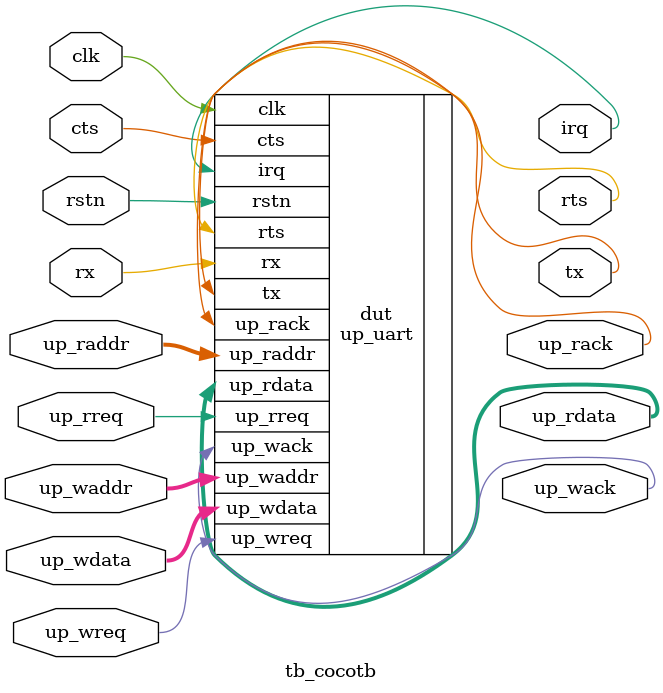
<source format=v>

`timescale 1ns/100ps

/*
 * Module: tb_cocotb
 *
 * uP UART testbench
 *
 * Parameters:
 *
 *   ADDRESS_WIDTH   - Width of the axi address bus
 *   BUS_WIDTH       - Number of bytes for the data bus.
 *   CLOCK_SPEED     - This is the aclk frequency in Hz
 *   BAUD_RATE       - Serial Baud, this can be any value including non-standard.
 *   PARITY_ENA      - Enable Parity for the data in and out.
 *   PARITY_TYPE     - Set the parity type, 0 = even, 1 = odd, 2 = mark, 3 = space.
 *   STOP_BITS       - Number of stop bits, 0 to crazy non-standard amounts.
 *   DATA_BITS       - Number of data bits, 1 to crazy non-standard amounts.
 *   RX_DELAY        - Delay in rx data input.
 *   RX_BAUD_DELAY   - Delay in rx baud enable. This will delay when we sample a bit (default is midpoint when rx delay is 0).
 *   TX_DELAY        - Delay in tx data output. Delays the time to output of the data.
 *   TX_BAUD_DELAY   - Delay in tx baud enable. This will delay the time the bit output starts.
 *
 * Ports:
 *
 *   clk            - Clock for all devices in the core
 *   rstn           - Negative reset
 *   up_rreq        - uP bus read request
 *   up_rack        - uP bus read ack
 *   up_raddr       - uP bus read address
 *   up_rdata       - uP bus read data
 *   up_wreq        - uP bus write request
 *   up_wack        - uP bus write ack
 *   up_waddr       - uP bus write address
 *   up_wdata       - uP bus write data
 *   irq            - Interrupt when data is received
 *   tx             - transmit for UART (output to RX)
 *   rx             - receive for UART (input from TX)
 *   rts            - request to send is a loop with CTS
 *   cts            - clear to send is a loop with RTS
 */
module tb_cocotb #(
    parameter ADDRESS_WIDTH     = 32,
    parameter BUS_WIDTH         = 4,
    parameter CLOCK_SPEED       = 100000000,
    parameter BAUD_RATE         = 115200,
    parameter PARITY_ENA        = 0,
    parameter PARITY_TYPE       = 0,
    parameter STOP_BITS         = 1,
    parameter DATA_BITS         = 8,
    parameter RX_DELAY          = 0,
    parameter RX_BAUD_DELAY     = 0,
    parameter TX_DELAY          = 0,
    parameter TX_BAUD_DELAY     = 0
  )
  (
    input                                           clk,
    input                                           rstn,
    input                                           up_rreq,
    output                                          up_rack,
    input   [ADDRESS_WIDTH-(BUS_WIDTH/2)-1:0]       up_raddr,
    output  [(BUS_WIDTH*8)-1:0]                     up_rdata,
    input                                           up_wreq,
    output                                          up_wack,
    input   [ADDRESS_WIDTH-(BUS_WIDTH/2)-1:0]       up_waddr,
    input   [(BUS_WIDTH*8)-1:0]                     up_wdata,
    output                      irq,
    output                      tx,
    input                       rx,
    output                      rts,
    input                       cts
  );
  // fst dump command
  initial begin
    $dumpfile ("tb_cocotb.fst");
    $dumpvars (0, tb_cocotb);
    #1;
  end

  //Group: Instantiated Modules

  /*
   * Module: dut
   *
   * Device under test, up_uart
   */
  up_uart #(
    .ADDRESS_WIDTH(ADDRESS_WIDTH),
    .BUS_WIDTH(BUS_WIDTH),
    .CLOCK_SPEED(CLOCK_SPEED),
    .BAUD_RATE(BAUD_RATE),
    .PARITY_ENA(PARITY_ENA),
    .PARITY_TYPE(PARITY_TYPE),
    .STOP_BITS(STOP_BITS),
    .DATA_BITS(DATA_BITS),
    .RX_DELAY(RX_DELAY),
    .RX_BAUD_DELAY(RX_BAUD_DELAY),
    .TX_DELAY(TX_DELAY),
    .TX_BAUD_DELAY(TX_BAUD_DELAY)
  ) dut (
    .clk(clk),
    .rstn(rstn),
    .up_rreq(up_rreq),
    .up_rack(up_rack),
    .up_raddr(up_raddr),
    .up_rdata(up_rdata),
    .up_wreq(up_wreq),
    .up_wack(up_wack),
    .up_waddr(up_waddr),
    .up_wdata(up_wdata),
    .irq(irq),
    .tx(tx),
    .rx(rx),
    .rts(rts),
    .cts(cts)
  );
  
endmodule


</source>
